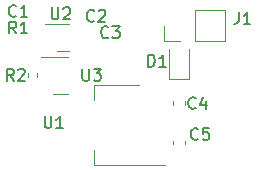
<source format=gbr>
%TF.GenerationSoftware,KiCad,Pcbnew,(6.0.2)*%
%TF.CreationDate,2022-05-16T06:01:07+03:00*%
%TF.ProjectId,FLIM_detector,464c494d-5f64-4657-9465-63746f722e6b,rev?*%
%TF.SameCoordinates,Original*%
%TF.FileFunction,Legend,Top*%
%TF.FilePolarity,Positive*%
%FSLAX46Y46*%
G04 Gerber Fmt 4.6, Leading zero omitted, Abs format (unit mm)*
G04 Created by KiCad (PCBNEW (6.0.2)) date 2022-05-16 06:01:07*
%MOMM*%
%LPD*%
G01*
G04 APERTURE LIST*
%ADD10C,0.150000*%
%ADD11C,0.120000*%
G04 APERTURE END LIST*
D10*
%TO.C,R1*%
X248033333Y-43452380D02*
X247700000Y-42976190D01*
X247461904Y-43452380D02*
X247461904Y-42452380D01*
X247842857Y-42452380D01*
X247938095Y-42500000D01*
X247985714Y-42547619D01*
X248033333Y-42642857D01*
X248033333Y-42785714D01*
X247985714Y-42880952D01*
X247938095Y-42928571D01*
X247842857Y-42976190D01*
X247461904Y-42976190D01*
X248985714Y-43452380D02*
X248414285Y-43452380D01*
X248700000Y-43452380D02*
X248700000Y-42452380D01*
X248604761Y-42595238D01*
X248509523Y-42690476D01*
X248414285Y-42738095D01*
%TO.C,C4*%
X263233333Y-49757142D02*
X263185714Y-49804761D01*
X263042857Y-49852380D01*
X262947619Y-49852380D01*
X262804761Y-49804761D01*
X262709523Y-49709523D01*
X262661904Y-49614285D01*
X262614285Y-49423809D01*
X262614285Y-49280952D01*
X262661904Y-49090476D01*
X262709523Y-48995238D01*
X262804761Y-48900000D01*
X262947619Y-48852380D01*
X263042857Y-48852380D01*
X263185714Y-48900000D01*
X263233333Y-48947619D01*
X264090476Y-49185714D02*
X264090476Y-49852380D01*
X263852380Y-48804761D02*
X263614285Y-49519047D01*
X264233333Y-49519047D01*
%TO.C,U2*%
X251038095Y-41252380D02*
X251038095Y-42061904D01*
X251085714Y-42157142D01*
X251133333Y-42204761D01*
X251228571Y-42252380D01*
X251419047Y-42252380D01*
X251514285Y-42204761D01*
X251561904Y-42157142D01*
X251609523Y-42061904D01*
X251609523Y-41252380D01*
X252038095Y-41347619D02*
X252085714Y-41300000D01*
X252180952Y-41252380D01*
X252419047Y-41252380D01*
X252514285Y-41300000D01*
X252561904Y-41347619D01*
X252609523Y-41442857D01*
X252609523Y-41538095D01*
X252561904Y-41680952D01*
X251990476Y-42252380D01*
X252609523Y-42252380D01*
%TO.C,C3*%
X255833333Y-43757142D02*
X255785714Y-43804761D01*
X255642857Y-43852380D01*
X255547619Y-43852380D01*
X255404761Y-43804761D01*
X255309523Y-43709523D01*
X255261904Y-43614285D01*
X255214285Y-43423809D01*
X255214285Y-43280952D01*
X255261904Y-43090476D01*
X255309523Y-42995238D01*
X255404761Y-42900000D01*
X255547619Y-42852380D01*
X255642857Y-42852380D01*
X255785714Y-42900000D01*
X255833333Y-42947619D01*
X256166666Y-42852380D02*
X256785714Y-42852380D01*
X256452380Y-43233333D01*
X256595238Y-43233333D01*
X256690476Y-43280952D01*
X256738095Y-43328571D01*
X256785714Y-43423809D01*
X256785714Y-43661904D01*
X256738095Y-43757142D01*
X256690476Y-43804761D01*
X256595238Y-43852380D01*
X256309523Y-43852380D01*
X256214285Y-43804761D01*
X256166666Y-43757142D01*
%TO.C,C5*%
X263433333Y-52357142D02*
X263385714Y-52404761D01*
X263242857Y-52452380D01*
X263147619Y-52452380D01*
X263004761Y-52404761D01*
X262909523Y-52309523D01*
X262861904Y-52214285D01*
X262814285Y-52023809D01*
X262814285Y-51880952D01*
X262861904Y-51690476D01*
X262909523Y-51595238D01*
X263004761Y-51500000D01*
X263147619Y-51452380D01*
X263242857Y-51452380D01*
X263385714Y-51500000D01*
X263433333Y-51547619D01*
X264338095Y-51452380D02*
X263861904Y-51452380D01*
X263814285Y-51928571D01*
X263861904Y-51880952D01*
X263957142Y-51833333D01*
X264195238Y-51833333D01*
X264290476Y-51880952D01*
X264338095Y-51928571D01*
X264385714Y-52023809D01*
X264385714Y-52261904D01*
X264338095Y-52357142D01*
X264290476Y-52404761D01*
X264195238Y-52452380D01*
X263957142Y-52452380D01*
X263861904Y-52404761D01*
X263814285Y-52357142D01*
%TO.C,C1*%
X248033333Y-41957142D02*
X247985714Y-42004761D01*
X247842857Y-42052380D01*
X247747619Y-42052380D01*
X247604761Y-42004761D01*
X247509523Y-41909523D01*
X247461904Y-41814285D01*
X247414285Y-41623809D01*
X247414285Y-41480952D01*
X247461904Y-41290476D01*
X247509523Y-41195238D01*
X247604761Y-41100000D01*
X247747619Y-41052380D01*
X247842857Y-41052380D01*
X247985714Y-41100000D01*
X248033333Y-41147619D01*
X248985714Y-42052380D02*
X248414285Y-42052380D01*
X248700000Y-42052380D02*
X248700000Y-41052380D01*
X248604761Y-41195238D01*
X248509523Y-41290476D01*
X248414285Y-41338095D01*
%TO.C,J1*%
X266866666Y-41652380D02*
X266866666Y-42366666D01*
X266819047Y-42509523D01*
X266723809Y-42604761D01*
X266580952Y-42652380D01*
X266485714Y-42652380D01*
X267866666Y-42652380D02*
X267295238Y-42652380D01*
X267580952Y-42652380D02*
X267580952Y-41652380D01*
X267485714Y-41795238D01*
X267390476Y-41890476D01*
X267295238Y-41938095D01*
%TO.C,D1*%
X259211904Y-46252380D02*
X259211904Y-45252380D01*
X259450000Y-45252380D01*
X259592857Y-45300000D01*
X259688095Y-45395238D01*
X259735714Y-45490476D01*
X259783333Y-45680952D01*
X259783333Y-45823809D01*
X259735714Y-46014285D01*
X259688095Y-46109523D01*
X259592857Y-46204761D01*
X259450000Y-46252380D01*
X259211904Y-46252380D01*
X260735714Y-46252380D02*
X260164285Y-46252380D01*
X260450000Y-46252380D02*
X260450000Y-45252380D01*
X260354761Y-45395238D01*
X260259523Y-45490476D01*
X260164285Y-45538095D01*
%TO.C,U1*%
X250438095Y-50452380D02*
X250438095Y-51261904D01*
X250485714Y-51357142D01*
X250533333Y-51404761D01*
X250628571Y-51452380D01*
X250819047Y-51452380D01*
X250914285Y-51404761D01*
X250961904Y-51357142D01*
X251009523Y-51261904D01*
X251009523Y-50452380D01*
X252009523Y-51452380D02*
X251438095Y-51452380D01*
X251723809Y-51452380D02*
X251723809Y-50452380D01*
X251628571Y-50595238D01*
X251533333Y-50690476D01*
X251438095Y-50738095D01*
%TO.C,C2*%
X254633333Y-42357142D02*
X254585714Y-42404761D01*
X254442857Y-42452380D01*
X254347619Y-42452380D01*
X254204761Y-42404761D01*
X254109523Y-42309523D01*
X254061904Y-42214285D01*
X254014285Y-42023809D01*
X254014285Y-41880952D01*
X254061904Y-41690476D01*
X254109523Y-41595238D01*
X254204761Y-41500000D01*
X254347619Y-41452380D01*
X254442857Y-41452380D01*
X254585714Y-41500000D01*
X254633333Y-41547619D01*
X255014285Y-41547619D02*
X255061904Y-41500000D01*
X255157142Y-41452380D01*
X255395238Y-41452380D01*
X255490476Y-41500000D01*
X255538095Y-41547619D01*
X255585714Y-41642857D01*
X255585714Y-41738095D01*
X255538095Y-41880952D01*
X254966666Y-42452380D01*
X255585714Y-42452380D01*
%TO.C,U3*%
X253638095Y-46452380D02*
X253638095Y-47261904D01*
X253685714Y-47357142D01*
X253733333Y-47404761D01*
X253828571Y-47452380D01*
X254019047Y-47452380D01*
X254114285Y-47404761D01*
X254161904Y-47357142D01*
X254209523Y-47261904D01*
X254209523Y-46452380D01*
X254590476Y-46452380D02*
X255209523Y-46452380D01*
X254876190Y-46833333D01*
X255019047Y-46833333D01*
X255114285Y-46880952D01*
X255161904Y-46928571D01*
X255209523Y-47023809D01*
X255209523Y-47261904D01*
X255161904Y-47357142D01*
X255114285Y-47404761D01*
X255019047Y-47452380D01*
X254733333Y-47452380D01*
X254638095Y-47404761D01*
X254590476Y-47357142D01*
%TO.C,R2*%
X247833333Y-47452380D02*
X247500000Y-46976190D01*
X247261904Y-47452380D02*
X247261904Y-46452380D01*
X247642857Y-46452380D01*
X247738095Y-46500000D01*
X247785714Y-46547619D01*
X247833333Y-46642857D01*
X247833333Y-46785714D01*
X247785714Y-46880952D01*
X247738095Y-46928571D01*
X247642857Y-46976190D01*
X247261904Y-46976190D01*
X248214285Y-46547619D02*
X248261904Y-46500000D01*
X248357142Y-46452380D01*
X248595238Y-46452380D01*
X248690476Y-46500000D01*
X248738095Y-46547619D01*
X248785714Y-46642857D01*
X248785714Y-46738095D01*
X248738095Y-46880952D01*
X248166666Y-47452380D01*
X248785714Y-47452380D01*
D11*
%TO.C,C4*%
X261290000Y-49483767D02*
X261290000Y-49191233D01*
X262310000Y-49483767D02*
X262310000Y-49191233D01*
%TO.C,U2*%
X250500000Y-42680000D02*
X252500000Y-42680000D01*
X252500000Y-44920000D02*
X251500000Y-44920000D01*
%TO.C,C5*%
X262310000Y-52808767D02*
X262310000Y-52516233D01*
X261290000Y-52808767D02*
X261290000Y-52516233D01*
%TO.C,J1*%
X265745000Y-44130000D02*
X265745000Y-41470000D01*
X263145000Y-41470000D02*
X265745000Y-41470000D01*
X260545000Y-44130000D02*
X260545000Y-42800000D01*
X261875000Y-44130000D02*
X260545000Y-44130000D01*
X263145000Y-44130000D02*
X263145000Y-41470000D01*
X263145000Y-44130000D02*
X265745000Y-44130000D01*
%TO.C,D1*%
X260950000Y-47300000D02*
X262650000Y-47300000D01*
X262650000Y-47300000D02*
X262650000Y-44750000D01*
X260950000Y-47300000D02*
X260950000Y-44750000D01*
%TO.C,U1*%
X254640000Y-54610000D02*
X254640000Y-53350000D01*
X260650000Y-54610000D02*
X254640000Y-54610000D01*
X258400000Y-47790000D02*
X254640000Y-47790000D01*
X254640000Y-47790000D02*
X254640000Y-49050000D01*
%TO.C,U3*%
X251800000Y-48560000D02*
X252450000Y-48560000D01*
X251800000Y-45440000D02*
X250125000Y-45440000D01*
X251800000Y-45440000D02*
X252450000Y-45440000D01*
X251800000Y-48560000D02*
X251150000Y-48560000D01*
%TO.C,R2*%
X249780000Y-46832379D02*
X249780000Y-47167621D01*
X249020000Y-46832379D02*
X249020000Y-47167621D01*
%TD*%
M02*

</source>
